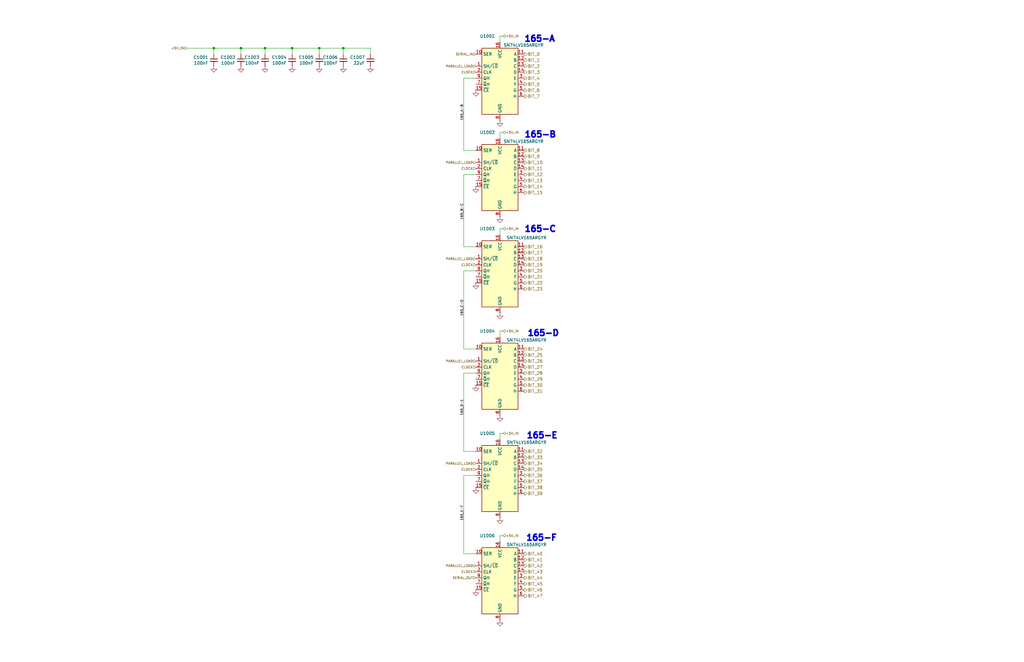
<source format=kicad_sch>
(kicad_sch (version 20250114) (generator "eeschema") (generator_version "9.0")
  (paper "B")
  (title_block (title "Kenwood Handset Switcher - Main Page") (date "2025-07-11") (rev "A") (company "Thomas Francois - KX∅STL"))
  (lib_symbols
    (symbol "74HC165_2"
      (property "Reference" "U12" (at 2.1433 22.86 0))
      (property "Value" "SN74LV165ARGYR" (at 2.1433 20.32 0))
      (symbol "74HC165_2_1_0"
        (pin input line (at -10.16 15.24 0) (length 2.54) (name "A") (number "11"))
        (pin input line (at -10.16 12.7 0) (length 2.54) (name "B") (number "12"))
        (pin input line (at -10.16 10.16 0) (length 2.54) (name "C") (number "13"))
        (pin input line (at -10.16 7.62 0) (length 2.54) (name "D") (number "14"))
        (pin input line (at -10.16 5.08 0) (length 2.54) (name "E") (number "3"))
        (pin input line (at -10.16 2.54 0) (length 2.54) (name "F") (number "4"))
        (pin input line (at -10.16 0 0) (length 2.54) (name "G") (number "5"))
        (pin input line (at -10.16 -2.54 0) (length 2.54) (name "H") (number "6"))
        (pin power_in line (at 0 20.32 270) (length 2.54) (name "VCC") (number "16"))
        (pin power_in line (at 0 -12.7 90) (length 2.54) (name "GND") (number "8"))
        (pin input line (at 10.16 15.24 180) (length 2.54) (name "SER") (number "10"))
        (pin input line (at 10.16 10.16 180) (length 2.54) (name "SH/~{LD}") (number "1"))
        (pin input line (at 10.16 7.62 180) (length 2.54) (name "CLK") (number "2"))
        (pin output line (at 10.16 5.08 180) (length 2.54) (name "QH") (number "9"))
        (pin output line (at 10.16 2.54 180) (length 2.54) (name "~{Q}H") (number "7"))
        (pin input line (at 10.16 0 180) (length 2.54) (name "~{CE}") (number "15"))
      )
      (symbol "74HC165_2_1_1"
        (rectangle (start -7.62 17.78) (end 7.62 -10.16) (stroke (width 0.254)) (fill (type background)))
      )
    )
    (symbol "Device:C_Small" (pin_numbers (hide yes)) (pin_names (offset 0.254) (hide yes))
      (property "Reference" "C" (at 0.254 1.778 0))
      (property "Value" "C_Small" (at 0.254 -2.032 0))
      (symbol "C_Small_0_1"
        (polyline (pts (xy -1.524 0.508) (xy 1.524 0.508)) (stroke (width 0.3048)))
        (polyline (pts (xy -1.524 -0.508) (xy 1.524 -0.508)) (stroke (width 0.3302)))
      )
      (symbol "C_Small_1_1"
        (pin passive line (at 0 2.54 270) (length 2.032) (name "~") (number "1"))
        (pin passive line (at 0 -2.54 90) (length 2.032) (name "~") (number "2"))
      )
    )
    (symbol "power:GND" (power) (pin_numbers (hide yes)) (pin_names (offset 0) (hide yes))
      (property "Value" "GND" (at 0 -3.81 0))
      (symbol "GND_0_1"
        (polyline (pts (xy 0 0) (xy 0 -1.27) (xy 1.27 -1.27) (xy 0 -2.54) (xy -1.27 -1.27) (xy 0 -1.27)))
      )
      (symbol "GND_1_1"
        (pin power_in line (at 0 0 270) (length 0) (name "~") (number "1"))
      )
    )
  )
  (text "165-D" (at 229.108 140.716 0) (effects (font (size 2.54 2.54) (thickness 1.016) (bold yes))))
  (text "165-B" (at 227.838 56.896 0) (effects (font (size 2.54 2.54) (thickness 1.016) (bold yes))))
  (text "165-F" (at 228.346 227.076 0) (effects (font (size 2.54 2.54) (thickness 1.016) (bold yes))))
  (text "165-A" (at 227.584 16.51 0) (effects (font (size 2.54 2.54) (thickness 1.016) (bold yes))))
  (text "165-C" (at 227.838 96.774 0) (effects (font (size 2.54 2.54) (thickness 1.016) (bold yes))))
  (text "165-E" (at 228.6 183.896 0) (effects (font (size 2.54 2.54) (thickness 1.016) (bold yes))))
  (junction (at 144.78 20.32))
  (junction (at 90.17 20.32))
  (junction (at 134.62 20.32))
  (junction (at 123.19 20.32))
  (junction (at 111.76 20.32))
  (junction (at 101.6 20.32))
  (wire (pts (xy 195.58 104.14) (xy 200.66 104.14)))
  (wire (pts (xy 195.58 33.02) (xy 195.58 63.5)))
  (wire (pts (xy 134.62 20.32) (xy 134.62 22.86)))
  (wire (pts (xy 195.58 157.48) (xy 195.58 190.5)))
  (wire (pts (xy 123.19 20.32) (xy 134.62 20.32)))
  (wire (pts (xy 90.17 20.32) (xy 101.6 20.32)))
  (wire (pts (xy 195.58 147.32) (xy 200.66 147.32)))
  (wire (pts (xy 134.62 20.32) (xy 144.78 20.32)))
  (wire (pts (xy 195.58 73.66) (xy 195.58 104.14)))
  (wire (pts (xy 78.74 20.32) (xy 90.17 20.32)))
  (wire (pts (xy 144.78 22.86) (xy 144.78 20.32)))
  (wire (pts (xy 212.09 139.7) (xy 210.82 139.7)))
  (wire (pts (xy 195.58 73.66) (xy 200.66 73.66)))
  (wire (pts (xy 101.6 20.32) (xy 111.76 20.32)))
  (wire (pts (xy 210.82 182.88) (xy 210.82 185.42)))
  (wire (pts (xy 210.82 139.7) (xy 210.82 142.24)))
  (wire (pts (xy 156.21 20.32) (xy 156.21 22.86)))
  (wire (pts (xy 200.66 33.02) (xy 195.58 33.02)))
  (wire (pts (xy 101.6 20.32) (xy 101.6 22.86)))
  (wire (pts (xy 195.58 233.68) (xy 200.66 233.68)))
  (wire (pts (xy 111.76 20.32) (xy 123.19 20.32)))
  (wire (pts (xy 90.17 22.86) (xy 90.17 20.32)))
  (wire (pts (xy 212.09 182.88) (xy 210.82 182.88)))
  (wire (pts (xy 212.09 15.24) (xy 210.82 15.24)))
  (wire (pts (xy 195.58 114.3) (xy 195.58 147.32)))
  (wire (pts (xy 210.82 55.88) (xy 210.82 58.42)))
  (wire (pts (xy 210.82 96.52) (xy 210.82 99.06)))
  (wire (pts (xy 123.19 22.86) (xy 123.19 20.32)))
  (wire (pts (xy 195.58 114.3) (xy 200.66 114.3)))
  (wire (pts (xy 111.76 22.86) (xy 111.76 20.32)))
  (wire (pts (xy 212.09 96.52) (xy 210.82 96.52)))
  (wire (pts (xy 210.82 15.24) (xy 210.82 17.78)))
  (wire (pts (xy 210.82 226.06) (xy 210.82 228.6)))
  (wire (pts (xy 195.58 190.5) (xy 200.66 190.5)))
  (wire (pts (xy 144.78 20.32) (xy 156.21 20.32)))
  (wire (pts (xy 195.58 200.66) (xy 195.58 233.68)))
  (wire (pts (xy 195.58 200.66) (xy 200.66 200.66)))
  (wire (pts (xy 212.09 226.06) (xy 210.82 226.06)))
  (wire (pts (xy 195.58 63.5) (xy 200.66 63.5)))
  (wire (pts (xy 195.58 157.48) (xy 200.66 157.48)))
  (wire (pts (xy 212.09 55.88) (xy 210.82 55.88)))
  (label "165_B-C" (at 195.58 92.71 90) (effects (font (size 0.9906 0.9906))))
  (label "165_C-D" (at 195.58 133.35 90) (effects (font (size 0.9906 0.9906))))
  (label "165_D-E" (at 195.58 175.26 90) (effects (font (size 0.9906 0.9906))))
  (label "165_A-B" (at 195.58 50.8 90) (effects (font (size 0.9906 0.9906))))
  (label "165_E-F" (at 195.58 219.71 90) (effects (font (size 0.9906 0.9906))))
  (hierarchical_label "BIT_14" (shape output) (at 220.98 78.74 0))
  (hierarchical_label "PARALLEL_LOAD" (shape input) (at 200.66 195.58 180) (effects (font (size 0.9906 0.9906))))
  (hierarchical_label "CLOCK" (shape input) (at 200.66 111.76 180) (effects (font (size 0.9906 0.9906))))
  (hierarchical_label "+5V_IN" (shape input) (at 212.09 139.7 0) (effects (font (size 1 1))))
  (hierarchical_label "BIT_7" (shape output) (at 220.98 40.64 0))
  (hierarchical_label "BIT_8" (shape output) (at 220.98 63.5 0))
  (hierarchical_label "+5V_IN" (shape input) (at 212.09 226.06 0) (effects (font (size 1 1))))
  (hierarchical_label "BIT_47" (shape output) (at 220.98 251.46 0))
  (hierarchical_label "CLOCK" (shape input) (at 200.66 241.3 180) (effects (font (size 0.9906 0.9906))))
  (hierarchical_label "BIT_42" (shape output) (at 220.98 238.76 0))
  (hierarchical_label "BIT_9" (shape output) (at 220.98 66.04 0))
  (hierarchical_label "BIT_1" (shape output) (at 220.98 25.4 0))
  (hierarchical_label "BIT_26" (shape output) (at 220.98 152.4 0))
  (hierarchical_label "PARALLEL_LOAD" (shape input) (at 200.66 27.94 180) (effects (font (size 0.9906 0.9906))))
  (hierarchical_label "BIT_34" (shape output) (at 220.98 195.58 0))
  (hierarchical_label "BIT_39" (shape output) (at 220.98 208.28 0))
  (hierarchical_label "BIT_20" (shape output) (at 220.98 114.3 0))
  (hierarchical_label "BIT_36" (shape output) (at 220.98 200.66 0))
  (hierarchical_label "+5V_IN" (shape input) (at 78.74 20.32 180) (effects (font (size 1 1))))
  (hierarchical_label "BIT_5" (shape output) (at 220.98 35.56 0))
  (hierarchical_label "SERIAL_IN" (shape input) (at 200.66 22.86 180) (effects (font (size 0.9906 0.9906))))
  (hierarchical_label "BIT_13" (shape output) (at 220.98 76.2 0))
  (hierarchical_label "BIT_40" (shape output) (at 220.98 233.68 0))
  (hierarchical_label "+5V_IN" (shape input) (at 212.09 55.88 0) (effects (font (size 1 1))))
  (hierarchical_label "BIT_28" (shape output) (at 220.98 157.48 0))
  (hierarchical_label "BIT_17" (shape output) (at 220.98 106.68 0))
  (hierarchical_label "BIT_44" (shape output) (at 220.98 243.84 0))
  (hierarchical_label "BIT_23" (shape output) (at 220.98 121.92 0))
  (hierarchical_label "BIT_38" (shape output) (at 220.98 205.74 0))
  (hierarchical_label "PARALLEL_LOAD" (shape input) (at 200.66 238.76 180) (effects (font (size 0.9906 0.9906))))
  (hierarchical_label "CLOCK" (shape input) (at 200.66 198.12 180) (effects (font (size 0.9906 0.9906))))
  (hierarchical_label "BIT_33" (shape output) (at 220.98 193.04 0))
  (hierarchical_label "BIT_24" (shape output) (at 220.98 147.32 0))
  (hierarchical_label "BIT_46" (shape output) (at 220.98 248.92 0))
  (hierarchical_label "BIT_12" (shape output) (at 220.98 73.66 0))
  (hierarchical_label "BIT_0" (shape output) (at 220.98 22.86 0))
  (hierarchical_label "BIT_29" (shape output) (at 220.98 160.02 0))
  (hierarchical_label "BIT_32" (shape output) (at 220.98 190.5 0))
  (hierarchical_label "BIT_21" (shape output) (at 220.98 116.84 0))
  (hierarchical_label "PARALLEL_LOAD" (shape input) (at 200.66 68.58 180) (effects (font (size 0.9906 0.9906))))
  (hierarchical_label "BIT_37" (shape output) (at 220.98 203.2 0))
  (hierarchical_label "+5V_IN" (shape input) (at 212.09 15.24 0) (effects (font (size 1 1))))
  (hierarchical_label "BIT_15" (shape output) (at 220.98 81.28 0))
  (hierarchical_label "CLOCK" (shape input) (at 200.66 154.94 180) (effects (font (size 0.9906 0.9906))))
  (hierarchical_label "BIT_22" (shape output) (at 220.98 119.38 0))
  (hierarchical_label "BIT_11" (shape output) (at 220.98 71.12 0))
  (hierarchical_label "+5V_IN" (shape input) (at 212.09 96.52 0) (effects (font (size 1 1))))
  (hierarchical_label "BIT_6" (shape output) (at 220.98 38.1 0))
  (hierarchical_label "PARALLEL_LOAD" (shape input) (at 200.66 152.4 180) (effects (font (size 0.9906 0.9906))))
  (hierarchical_label "BIT_27" (shape output) (at 220.98 154.94 0))
  (hierarchical_label "BIT_18" (shape output) (at 220.98 109.22 0))
  (hierarchical_label "BIT_3" (shape output) (at 220.98 30.48 0))
  (hierarchical_label "BIT_43" (shape output) (at 220.98 241.3 0))
  (hierarchical_label "BIT_19" (shape output) (at 220.98 111.76 0))
  (hierarchical_label "BIT_30" (shape output) (at 220.98 162.56 0))
  (hierarchical_label "BIT_16" (shape output) (at 220.98 104.14 0))
  (hierarchical_label "SERIAL_OUT" (shape input) (at 200.66 243.84 180) (effects (font (size 0.9906 0.9906))))
  (hierarchical_label "CLOCK" (shape input) (at 200.66 71.12 180) (effects (font (size 0.9906 0.9906))))
  (hierarchical_label "PARALLEL_LOAD" (shape input) (at 200.66 109.22 180) (effects (font (size 0.9906 0.9906))))
  (hierarchical_label "BIT_2" (shape output) (at 220.98 27.94 0))
  (hierarchical_label "BIT_45" (shape output) (at 220.98 246.38 0))
  (hierarchical_label "BIT_31" (shape output) (at 220.98 165.1 0))
  (hierarchical_label "BIT_4" (shape output) (at 220.98 33.02 0))
  (hierarchical_label "BIT_35" (shape output) (at 220.98 198.12 0))
  (hierarchical_label "CLOCK" (shape input) (at 200.66 30.48 180) (effects (font (size 0.9906 0.9906))))
  (hierarchical_label "BIT_41" (shape output) (at 220.98 236.22 0))
  (hierarchical_label "+5V_IN" (shape input) (at 212.09 182.88 0) (effects (font (size 1 1))))
  (hierarchical_label "BIT_10" (shape output) (at 220.98 68.58 0))
  (hierarchical_label "BIT_25" (shape output) (at 220.98 149.86 0))
  (symbol (lib_name "74HC165_2") (lib_id "74xx:74HC165") (at 210.82 248.92 0) (mirror y) (unit 1)
    (property "Reference" "U1006" (at 208.6767 226.06 0) (effects (justify left)))
    (property "Value" "SN74LV165ARGYR" (at 213.614 229.87 0) (effects (justify right)))
    (property "Footprint" "Libraries:RGY16_2P55X2P05" (effects (hide yes)))
    (property "Datasheet" "https://assets.nexperia.com/documents/data-sheet/74HC_HCT165.pdf" (effects (hide yes)))
    (property "Description" "Shift Register, 8-bit, Parallel Load" (effects (hide yes)))
  )
  (symbol (lib_id "Device:C_Small") (at 144.78 25.4 0) (mirror y) (unit 1)
    (property "Reference" "C1006" (at 142.4559 24.1941 0) (effects (justify left)))
    (property "Value" "100nF" (at 142.4559 26.6184 0) (effects (justify left)))
    (property "Footprint" "Capacitor_SMD:C_0402_1005Metric" (effects (hide yes)))
    (property "Description" "Unpolarized capacitor, small symbol" (effects (hide yes)))
  )
  (symbol (lib_id "Device:C_Small") (at 90.17 25.4 0) (mirror y) (unit 1)
    (property "Reference" "C1001" (at 87.8459 24.1941 0) (effects (justify left)))
    (property "Value" "100nF" (at 87.8459 26.6184 0) (effects (justify left)))
    (property "Footprint" "Capacitor_SMD:C_0402_1005Metric" (effects (hide yes)))
    (property "Description" "Unpolarized capacitor, small symbol" (effects (hide yes)))
  )
  (symbol (lib_id "Device:C_Small") (at 134.62 25.4 0) (mirror y) (unit 1)
    (property "Reference" "C1005" (at 132.2959 24.1941 0) (effects (justify left)))
    (property "Value" "100nF" (at 132.2959 26.6184 0) (effects (justify left)))
    (property "Footprint" "Capacitor_SMD:C_0402_1005Metric" (effects (hide yes)))
    (property "Description" "Unpolarized capacitor, small symbol" (effects (hide yes)))
  )
  (symbol (lib_name "74HC165_2") (lib_id "74xx:74HC165") (at 210.82 119.38 0) (mirror y) (unit 1)
    (property "Reference" "U1003" (at 208.6767 96.52 0) (effects (justify left)))
    (property "Value" "SN74LV165ARGYR" (at 213.614 100.33 0) (effects (justify right)))
    (property "Footprint" "Libraries:RGY16_2P55X2P05" (effects (hide yes)))
    (property "Datasheet" "https://assets.nexperia.com/documents/data-sheet/74HC_HCT165.pdf" (effects (hide yes)))
    (property "Description" "Shift Register, 8-bit, Parallel Load" (effects (hide yes)))
  )
  (symbol (lib_id "power:GND") (at 200.66 248.92 0) (unit 1)
    (property "Reference" "#PWR01013" (effects (hide yes)))
    (property "Value" "GND" (effects (hide yes)))
    (property "Description" "Power symbol creates a global label with name \"GND\" , ground" (effects (hide yes)))
  )
  (symbol (lib_id "power:GND") (at 210.82 261.62 0) (unit 1)
    (property "Reference" "#PWR01019" (effects (hide yes)))
    (property "Value" "GND" (effects (hide yes)))
    (property "Description" "Power symbol creates a global label with name \"GND\" , ground" (effects (hide yes)))
  )
  (symbol (lib_id "Device:C_Small") (at 156.21 25.4 0) (unit 1)
    (property "Reference" "C1007" (at 153.8859 24.1941 0) (effects (justify right)))
    (property "Value" "22uF" (at 153.8859 26.6184 0) (effects (justify right)))
    (property "Footprint" "Capacitor_SMD:C_0603_1608Metric" (effects (hide yes)))
    (property "Description" "Unpolarized capacitor, small symbol" (effects (hide yes)))
  )
  (symbol (lib_id "power:GND") (at 134.62 27.94 0) (mirror y) (unit 1)
    (property "Reference" "#PWR01005" (effects (hide yes)))
    (property "Value" "GND" (effects (hide yes)))
    (property "Description" "Power symbol creates a global label with name \"GND\" , ground" (effects (hide yes)))
  )
  (symbol (lib_id "power:GND") (at 111.76 27.94 0) (mirror y) (unit 1)
    (property "Reference" "#PWR01003" (effects (hide yes)))
    (property "Value" "GND" (effects (hide yes)))
    (property "Description" "Power symbol creates a global label with name \"GND\" , ground" (effects (hide yes)))
  )
  (symbol (lib_id "power:GND") (at 200.66 78.74 0) (unit 1)
    (property "Reference" "#PWR01009" (effects (hide yes)))
    (property "Value" "GND" (effects (hide yes)))
    (property "Description" "Power symbol creates a global label with name \"GND\" , ground" (effects (hide yes)))
  )
  (symbol (lib_id "power:GND") (at 123.19 27.94 0) (mirror y) (unit 1)
    (property "Reference" "#PWR01004" (effects (hide yes)))
    (property "Value" "GND" (effects (hide yes)))
    (property "Description" "Power symbol creates a global label with name \"GND\" , ground" (effects (hide yes)))
  )
  (symbol (lib_id "power:GND") (at 144.78 27.94 0) (mirror y) (unit 1)
    (property "Reference" "#PWR01006" (effects (hide yes)))
    (property "Value" "GND" (effects (hide yes)))
    (property "Description" "Power symbol creates a global label with name \"GND\" , ground" (effects (hide yes)))
  )
  (symbol (lib_id "Device:C_Small") (at 123.19 25.4 0) (mirror y) (unit 1)
    (property "Reference" "C1004" (at 120.8659 24.1941 0) (effects (justify left)))
    (property "Value" "100nF" (at 120.8659 26.6184 0) (effects (justify left)))
    (property "Footprint" "Capacitor_SMD:C_0402_1005Metric" (effects (hide yes)))
    (property "Description" "Unpolarized capacitor, small symbol" (effects (hide yes)))
  )
  (symbol (lib_id "power:GND") (at 210.82 175.26 0) (unit 1)
    (property "Reference" "#PWR01017" (effects (hide yes)))
    (property "Value" "GND" (effects (hide yes)))
    (property "Description" "Power symbol creates a global label with name \"GND\" , ground" (effects (hide yes)))
  )
  (symbol (lib_id "power:GND") (at 210.82 132.08 0) (unit 1)
    (property "Reference" "#PWR01016" (effects (hide yes)))
    (property "Value" "GND" (effects (hide yes)))
    (property "Description" "Power symbol creates a global label with name \"GND\" , ground" (effects (hide yes)))
  )
  (symbol (lib_name "74HC165_2") (lib_id "74xx:74HC165") (at 210.82 78.74 0) (mirror y) (unit 1)
    (property "Reference" "U1002" (at 208.6767 55.88 0) (effects (justify left)))
    (property "Value" "SN74LV165ARGYR" (at 212.344 59.69 0) (effects (justify right)))
    (property "Footprint" "Libraries:RGY16_2P55X2P05" (effects (hide yes)))
    (property "Datasheet" "https://assets.nexperia.com/documents/data-sheet/74HC_HCT165.pdf" (effects (hide yes)))
    (property "Description" "Shift Register, 8-bit, Parallel Load" (effects (hide yes)))
  )
  (symbol (lib_id "power:GND") (at 210.82 91.44 0) (unit 1)
    (property "Reference" "#PWR01015" (effects (hide yes)))
    (property "Value" "GND" (effects (hide yes)))
    (property "Description" "Power symbol creates a global label with name \"GND\" , ground" (effects (hide yes)))
  )
  (symbol (lib_id "power:GND") (at 200.66 38.1 0) (unit 1)
    (property "Reference" "#PWR01008" (effects (hide yes)))
    (property "Value" "GND" (effects (hide yes)))
    (property "Description" "Power symbol creates a global label with name \"GND\" , ground" (effects (hide yes)))
  )
  (symbol (lib_id "power:GND") (at 200.66 162.56 0) (unit 1)
    (property "Reference" "#PWR01011" (effects (hide yes)))
    (property "Value" "GND" (effects (hide yes)))
    (property "Description" "Power symbol creates a global label with name \"GND\" , ground" (effects (hide yes)))
  )
  (symbol (lib_id "power:GND") (at 101.6 27.94 0) (mirror y) (unit 1)
    (property "Reference" "#PWR01002" (effects (hide yes)))
    (property "Value" "GND" (effects (hide yes)))
    (property "Description" "Power symbol creates a global label with name \"GND\" , ground" (effects (hide yes)))
  )
  (symbol (lib_name "74HC165_2") (lib_id "74xx:74HC165") (at 210.82 205.74 0) (mirror y) (unit 1)
    (property "Reference" "U1005" (at 208.6767 182.88 0) (effects (justify left)))
    (property "Value" "SN74LV165ARGYR" (at 213.614 186.69 0) (effects (justify right)))
    (property "Footprint" "Libraries:RGY16_2P55X2P05" (effects (hide yes)))
    (property "Datasheet" "https://assets.nexperia.com/documents/data-sheet/74HC_HCT165.pdf" (effects (hide yes)))
    (property "Description" "Shift Register, 8-bit, Parallel Load" (effects (hide yes)))
  )
  (symbol (lib_name "74HC165_2") (lib_id "74xx:74HC165") (at 210.82 162.56 0) (mirror y) (unit 1)
    (property "Reference" "U1004" (at 208.6767 139.7 0) (effects (justify left)))
    (property "Value" "SN74LV165ARGYR" (at 213.614 143.51 0) (effects (justify right)))
    (property "Footprint" "Libraries:RGY16_2P55X2P05" (effects (hide yes)))
    (property "Datasheet" "https://assets.nexperia.com/documents/data-sheet/74HC_HCT165.pdf" (effects (hide yes)))
    (property "Description" "Shift Register, 8-bit, Parallel Load" (effects (hide yes)))
  )
  (symbol (lib_id "power:GND") (at 156.21 27.94 0) (unit 1)
    (property "Reference" "#PWR01007" (effects (hide yes)))
    (property "Value" "GND" (effects (hide yes)))
    (property "Description" "Power symbol creates a global label with name \"GND\" , ground" (effects (hide yes)))
  )
  (symbol (lib_id "power:GND") (at 210.82 218.44 0) (unit 1)
    (property "Reference" "#PWR01018" (effects (hide yes)))
    (property "Value" "GND" (effects (hide yes)))
    (property "Description" "Power symbol creates a global label with name \"GND\" , ground" (effects (hide yes)))
  )
  (symbol (lib_id "power:GND") (at 210.82 50.8 0) (unit 1)
    (property "Reference" "#PWR01014" (effects (hide yes)))
    (property "Value" "GND" (effects (hide yes)))
    (property "Description" "Power symbol creates a global label with name \"GND\" , ground" (effects (hide yes)))
  )
  (symbol (lib_id "power:GND") (at 200.66 205.74 0) (unit 1)
    (property "Reference" "#PWR01012" (effects (hide yes)))
    (property "Value" "GND" (effects (hide yes)))
    (property "Description" "Power symbol creates a global label with name \"GND\" , ground" (effects (hide yes)))
  )
  (symbol (lib_id "Device:C_Small") (at 101.6 25.4 0) (mirror y) (unit 1)
    (property "Reference" "C1002" (at 99.2759 24.1941 0) (effects (justify left)))
    (property "Value" "100nF" (at 99.2759 26.6184 0) (effects (justify left)))
    (property "Footprint" "Capacitor_SMD:C_0402_1005Metric" (effects (hide yes)))
    (property "Description" "Unpolarized capacitor, small symbol" (effects (hide yes)))
  )
  (symbol (lib_id "Device:C_Small") (at 111.76 25.4 0) (mirror y) (unit 1)
    (property "Reference" "C1003" (at 109.4359 24.1941 0) (effects (justify left)))
    (property "Value" "100nF" (at 109.4359 26.6184 0) (effects (justify left)))
    (property "Footprint" "Capacitor_SMD:C_0402_1005Metric" (effects (hide yes)))
    (property "Description" "Unpolarized capacitor, small symbol" (effects (hide yes)))
  )
  (symbol (lib_id "power:GND") (at 90.17 27.94 0) (mirror y) (unit 1)
    (property "Reference" "#PWR01001" (effects (hide yes)))
    (property "Value" "GND" (effects (hide yes)))
    (property "Description" "Power symbol creates a global label with name \"GND\" , ground" (effects (hide yes)))
  )
  (symbol (lib_name "74HC165_2") (lib_id "74xx:74HC165") (at 210.82 38.1 0) (mirror y) (unit 1)
    (property "Reference" "U1001" (at 208.6767 15.24 0) (effects (justify left)))
    (property "Value" "SN74LV165ARGYR" (at 212.344 19.05 0) (effects (justify right)))
    (property "Footprint" "Libraries:RGY16_2P55X2P05" (effects (hide yes)))
    (property "Datasheet" "https://assets.nexperia.com/documents/data-sheet/74HC_HCT165.pdf" (effects (hide yes)))
    (property "Description" "Shift Register, 8-bit, Parallel Load" (effects (hide yes)))
  )
  (symbol (lib_id "power:GND") (at 200.66 119.38 0) (unit 1)
    (property "Reference" "#PWR01010" (effects (hide yes)))
    (property "Value" "GND" (effects (hide yes)))
    (property "Description" "Power symbol creates a global label with name \"GND\" , ground" (effects (hide yes)))
  )
)
</source>
